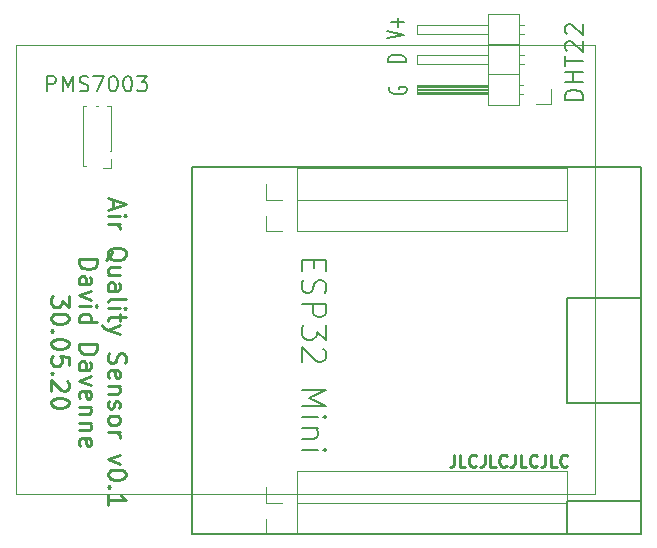
<source format=gbr>
G04 #@! TF.GenerationSoftware,KiCad,Pcbnew,5.99.0-unknown-r17856-55e56c6c*
G04 #@! TF.CreationDate,2020-05-30T10:45:51+03:00*
G04 #@! TF.ProjectId,airquality,61697271-7561-46c6-9974-792e6b696361,rev?*
G04 #@! TF.SameCoordinates,Original*
G04 #@! TF.FileFunction,Legend,Top*
G04 #@! TF.FilePolarity,Positive*
%FSLAX46Y46*%
G04 Gerber Fmt 4.6, Leading zero omitted, Abs format (unit mm)*
G04 Created by KiCad (PCBNEW 5.99.0-unknown-r17856-55e56c6c) date 2020-05-30 10:45:51*
%MOMM*%
%LPD*%
G01*
G04 APERTURE LIST*
%ADD10C,0.250000*%
%ADD11C,0.150000*%
%ADD12C,0.120000*%
%ADD13C,0.200000*%
G04 APERTURE END LIST*
D10*
X181113372Y-89348060D02*
X181113372Y-90062346D01*
X181065753Y-90205203D01*
X180970515Y-90300441D01*
X180827658Y-90348060D01*
X180732420Y-90348060D01*
X182065753Y-90348060D02*
X181589562Y-90348060D01*
X181589562Y-89348060D01*
X182970515Y-90252822D02*
X182922896Y-90300441D01*
X182780039Y-90348060D01*
X182684800Y-90348060D01*
X182541943Y-90300441D01*
X182446705Y-90205203D01*
X182399086Y-90109965D01*
X182351467Y-89919489D01*
X182351467Y-89776632D01*
X182399086Y-89586156D01*
X182446705Y-89490918D01*
X182541943Y-89395680D01*
X182684800Y-89348060D01*
X182780039Y-89348060D01*
X182922896Y-89395680D01*
X182970515Y-89443299D01*
X183684800Y-89348060D02*
X183684800Y-90062346D01*
X183637181Y-90205203D01*
X183541943Y-90300441D01*
X183399086Y-90348060D01*
X183303848Y-90348060D01*
X184637181Y-90348060D02*
X184160991Y-90348060D01*
X184160991Y-89348060D01*
X185541943Y-90252822D02*
X185494324Y-90300441D01*
X185351467Y-90348060D01*
X185256229Y-90348060D01*
X185113372Y-90300441D01*
X185018134Y-90205203D01*
X184970515Y-90109965D01*
X184922896Y-89919489D01*
X184922896Y-89776632D01*
X184970515Y-89586156D01*
X185018134Y-89490918D01*
X185113372Y-89395680D01*
X185256229Y-89348060D01*
X185351467Y-89348060D01*
X185494324Y-89395680D01*
X185541943Y-89443299D01*
X186256229Y-89348060D02*
X186256229Y-90062346D01*
X186208610Y-90205203D01*
X186113372Y-90300441D01*
X185970515Y-90348060D01*
X185875277Y-90348060D01*
X187208610Y-90348060D02*
X186732420Y-90348060D01*
X186732420Y-89348060D01*
X188113372Y-90252822D02*
X188065753Y-90300441D01*
X187922896Y-90348060D01*
X187827658Y-90348060D01*
X187684800Y-90300441D01*
X187589562Y-90205203D01*
X187541943Y-90109965D01*
X187494324Y-89919489D01*
X187494324Y-89776632D01*
X187541943Y-89586156D01*
X187589562Y-89490918D01*
X187684800Y-89395680D01*
X187827658Y-89348060D01*
X187922896Y-89348060D01*
X188065753Y-89395680D01*
X188113372Y-89443299D01*
X188827658Y-89348060D02*
X188827658Y-90062346D01*
X188780039Y-90205203D01*
X188684800Y-90300441D01*
X188541943Y-90348060D01*
X188446705Y-90348060D01*
X189780039Y-90348060D02*
X189303848Y-90348060D01*
X189303848Y-89348060D01*
X190684800Y-90252822D02*
X190637181Y-90300441D01*
X190494324Y-90348060D01*
X190399086Y-90348060D01*
X190256229Y-90300441D01*
X190160991Y-90205203D01*
X190113372Y-90109965D01*
X190065753Y-89919489D01*
X190065753Y-89776632D01*
X190113372Y-89586156D01*
X190160991Y-89490918D01*
X190256229Y-89395680D01*
X190399086Y-89348060D01*
X190494324Y-89348060D01*
X190637181Y-89395680D01*
X190684800Y-89443299D01*
X152228200Y-67741828D02*
X152228200Y-68456114D01*
X151799628Y-67598971D02*
X153299628Y-68098971D01*
X151799628Y-68598971D01*
X151799628Y-69098971D02*
X152799628Y-69098971D01*
X153299628Y-69098971D02*
X153228200Y-69027542D01*
X153156771Y-69098971D01*
X153228200Y-69170400D01*
X153299628Y-69098971D01*
X153156771Y-69098971D01*
X151799628Y-69813257D02*
X152799628Y-69813257D01*
X152513914Y-69813257D02*
X152656771Y-69884685D01*
X152728200Y-69956114D01*
X152799628Y-70098971D01*
X152799628Y-70241828D01*
X151656771Y-72884685D02*
X151728200Y-72741828D01*
X151871057Y-72598971D01*
X152085342Y-72384685D01*
X152156771Y-72241828D01*
X152156771Y-72098971D01*
X151799628Y-72170400D02*
X151871057Y-72027542D01*
X152013914Y-71884685D01*
X152299628Y-71813257D01*
X152799628Y-71813257D01*
X153085342Y-71884685D01*
X153228200Y-72027542D01*
X153299628Y-72170400D01*
X153299628Y-72456114D01*
X153228200Y-72598971D01*
X153085342Y-72741828D01*
X152799628Y-72813257D01*
X152299628Y-72813257D01*
X152013914Y-72741828D01*
X151871057Y-72598971D01*
X151799628Y-72456114D01*
X151799628Y-72170400D01*
X152799628Y-74098971D02*
X151799628Y-74098971D01*
X152799628Y-73456114D02*
X152013914Y-73456114D01*
X151871057Y-73527542D01*
X151799628Y-73670400D01*
X151799628Y-73884685D01*
X151871057Y-74027542D01*
X151942485Y-74098971D01*
X151799628Y-75456114D02*
X152585342Y-75456114D01*
X152728200Y-75384685D01*
X152799628Y-75241828D01*
X152799628Y-74956114D01*
X152728200Y-74813257D01*
X151871057Y-75456114D02*
X151799628Y-75313257D01*
X151799628Y-74956114D01*
X151871057Y-74813257D01*
X152013914Y-74741828D01*
X152156771Y-74741828D01*
X152299628Y-74813257D01*
X152371057Y-74956114D01*
X152371057Y-75313257D01*
X152442485Y-75456114D01*
X151799628Y-76384685D02*
X151871057Y-76241828D01*
X152013914Y-76170400D01*
X153299628Y-76170400D01*
X151799628Y-76956114D02*
X152799628Y-76956114D01*
X153299628Y-76956114D02*
X153228200Y-76884685D01*
X153156771Y-76956114D01*
X153228200Y-77027542D01*
X153299628Y-76956114D01*
X153156771Y-76956114D01*
X152799628Y-77456114D02*
X152799628Y-78027542D01*
X153299628Y-77670400D02*
X152013914Y-77670400D01*
X151871057Y-77741828D01*
X151799628Y-77884685D01*
X151799628Y-78027542D01*
X152799628Y-78384685D02*
X151799628Y-78741828D01*
X152799628Y-79098971D02*
X151799628Y-78741828D01*
X151442485Y-78598971D01*
X151371057Y-78527542D01*
X151299628Y-78384685D01*
X151871057Y-80741828D02*
X151799628Y-80956114D01*
X151799628Y-81313257D01*
X151871057Y-81456114D01*
X151942485Y-81527542D01*
X152085342Y-81598971D01*
X152228200Y-81598971D01*
X152371057Y-81527542D01*
X152442485Y-81456114D01*
X152513914Y-81313257D01*
X152585342Y-81027542D01*
X152656771Y-80884685D01*
X152728200Y-80813257D01*
X152871057Y-80741828D01*
X153013914Y-80741828D01*
X153156771Y-80813257D01*
X153228200Y-80884685D01*
X153299628Y-81027542D01*
X153299628Y-81384685D01*
X153228200Y-81598971D01*
X151871057Y-82813257D02*
X151799628Y-82670400D01*
X151799628Y-82384685D01*
X151871057Y-82241828D01*
X152013914Y-82170400D01*
X152585342Y-82170400D01*
X152728200Y-82241828D01*
X152799628Y-82384685D01*
X152799628Y-82670400D01*
X152728200Y-82813257D01*
X152585342Y-82884685D01*
X152442485Y-82884685D01*
X152299628Y-82170400D01*
X152799628Y-83527542D02*
X151799628Y-83527542D01*
X152656771Y-83527542D02*
X152728200Y-83598971D01*
X152799628Y-83741828D01*
X152799628Y-83956114D01*
X152728200Y-84098971D01*
X152585342Y-84170400D01*
X151799628Y-84170400D01*
X151871057Y-84813257D02*
X151799628Y-84956114D01*
X151799628Y-85241828D01*
X151871057Y-85384685D01*
X152013914Y-85456114D01*
X152085342Y-85456114D01*
X152228200Y-85384685D01*
X152299628Y-85241828D01*
X152299628Y-85027542D01*
X152371057Y-84884685D01*
X152513914Y-84813257D01*
X152585342Y-84813257D01*
X152728200Y-84884685D01*
X152799628Y-85027542D01*
X152799628Y-85241828D01*
X152728200Y-85384685D01*
X151799628Y-86313257D02*
X151871057Y-86170400D01*
X151942485Y-86098971D01*
X152085342Y-86027542D01*
X152513914Y-86027542D01*
X152656771Y-86098971D01*
X152728200Y-86170400D01*
X152799628Y-86313257D01*
X152799628Y-86527542D01*
X152728200Y-86670400D01*
X152656771Y-86741828D01*
X152513914Y-86813257D01*
X152085342Y-86813257D01*
X151942485Y-86741828D01*
X151871057Y-86670400D01*
X151799628Y-86527542D01*
X151799628Y-86313257D01*
X151799628Y-87456114D02*
X152799628Y-87456114D01*
X152513914Y-87456114D02*
X152656771Y-87527542D01*
X152728200Y-87598971D01*
X152799628Y-87741828D01*
X152799628Y-87884685D01*
X152799628Y-89384685D02*
X151799628Y-89741828D01*
X152799628Y-90098971D01*
X153299628Y-90956114D02*
X153299628Y-91098971D01*
X153228200Y-91241828D01*
X153156771Y-91313257D01*
X153013914Y-91384685D01*
X152728200Y-91456114D01*
X152371057Y-91456114D01*
X152085342Y-91384685D01*
X151942485Y-91313257D01*
X151871057Y-91241828D01*
X151799628Y-91098971D01*
X151799628Y-90956114D01*
X151871057Y-90813257D01*
X151942485Y-90741828D01*
X152085342Y-90670400D01*
X152371057Y-90598971D01*
X152728200Y-90598971D01*
X153013914Y-90670400D01*
X153156771Y-90741828D01*
X153228200Y-90813257D01*
X153299628Y-90956114D01*
X151942485Y-92098971D02*
X151871057Y-92170400D01*
X151799628Y-92098971D01*
X151871057Y-92027542D01*
X151942485Y-92098971D01*
X151799628Y-92098971D01*
X151799628Y-93598971D02*
X151799628Y-92741828D01*
X151799628Y-93170400D02*
X153299628Y-93170400D01*
X153085342Y-93027542D01*
X152942485Y-92884685D01*
X152871057Y-92741828D01*
X149384628Y-72777542D02*
X150884628Y-72777542D01*
X150884628Y-73134685D01*
X150813200Y-73348971D01*
X150670342Y-73491828D01*
X150527485Y-73563257D01*
X150241771Y-73634685D01*
X150027485Y-73634685D01*
X149741771Y-73563257D01*
X149598914Y-73491828D01*
X149456057Y-73348971D01*
X149384628Y-73134685D01*
X149384628Y-72777542D01*
X149384628Y-74920400D02*
X150170342Y-74920400D01*
X150313200Y-74848971D01*
X150384628Y-74706114D01*
X150384628Y-74420400D01*
X150313200Y-74277542D01*
X149456057Y-74920400D02*
X149384628Y-74777542D01*
X149384628Y-74420400D01*
X149456057Y-74277542D01*
X149598914Y-74206114D01*
X149741771Y-74206114D01*
X149884628Y-74277542D01*
X149956057Y-74420400D01*
X149956057Y-74777542D01*
X150027485Y-74920400D01*
X150384628Y-75491828D02*
X149384628Y-75848971D01*
X150384628Y-76206114D01*
X149384628Y-76777542D02*
X150384628Y-76777542D01*
X150884628Y-76777542D02*
X150813200Y-76706114D01*
X150741771Y-76777542D01*
X150813200Y-76848971D01*
X150884628Y-76777542D01*
X150741771Y-76777542D01*
X149384628Y-78134685D02*
X150884628Y-78134685D01*
X149456057Y-78134685D02*
X149384628Y-77991828D01*
X149384628Y-77706114D01*
X149456057Y-77563257D01*
X149527485Y-77491828D01*
X149670342Y-77420400D01*
X150098914Y-77420400D01*
X150241771Y-77491828D01*
X150313200Y-77563257D01*
X150384628Y-77706114D01*
X150384628Y-77991828D01*
X150313200Y-78134685D01*
X149384628Y-79991828D02*
X150884628Y-79991828D01*
X150884628Y-80348971D01*
X150813200Y-80563257D01*
X150670342Y-80706114D01*
X150527485Y-80777542D01*
X150241771Y-80848971D01*
X150027485Y-80848971D01*
X149741771Y-80777542D01*
X149598914Y-80706114D01*
X149456057Y-80563257D01*
X149384628Y-80348971D01*
X149384628Y-79991828D01*
X149384628Y-82134685D02*
X150170342Y-82134685D01*
X150313200Y-82063257D01*
X150384628Y-81920400D01*
X150384628Y-81634685D01*
X150313200Y-81491828D01*
X149456057Y-82134685D02*
X149384628Y-81991828D01*
X149384628Y-81634685D01*
X149456057Y-81491828D01*
X149598914Y-81420400D01*
X149741771Y-81420400D01*
X149884628Y-81491828D01*
X149956057Y-81634685D01*
X149956057Y-81991828D01*
X150027485Y-82134685D01*
X150384628Y-82706114D02*
X149384628Y-83063257D01*
X150384628Y-83420400D01*
X149456057Y-84563257D02*
X149384628Y-84420400D01*
X149384628Y-84134685D01*
X149456057Y-83991828D01*
X149598914Y-83920400D01*
X150170342Y-83920400D01*
X150313200Y-83991828D01*
X150384628Y-84134685D01*
X150384628Y-84420400D01*
X150313200Y-84563257D01*
X150170342Y-84634685D01*
X150027485Y-84634685D01*
X149884628Y-83920400D01*
X150384628Y-85277542D02*
X149384628Y-85277542D01*
X150241771Y-85277542D02*
X150313200Y-85348971D01*
X150384628Y-85491828D01*
X150384628Y-85706114D01*
X150313200Y-85848971D01*
X150170342Y-85920400D01*
X149384628Y-85920400D01*
X150384628Y-86634685D02*
X149384628Y-86634685D01*
X150241771Y-86634685D02*
X150313200Y-86706114D01*
X150384628Y-86848971D01*
X150384628Y-87063257D01*
X150313200Y-87206114D01*
X150170342Y-87277542D01*
X149384628Y-87277542D01*
X149456057Y-88563257D02*
X149384628Y-88420400D01*
X149384628Y-88134685D01*
X149456057Y-87991828D01*
X149598914Y-87920400D01*
X150170342Y-87920400D01*
X150313200Y-87991828D01*
X150384628Y-88134685D01*
X150384628Y-88420400D01*
X150313200Y-88563257D01*
X150170342Y-88634685D01*
X150027485Y-88634685D01*
X149884628Y-87920400D01*
X148469628Y-75884685D02*
X148469628Y-76813257D01*
X147898200Y-76313257D01*
X147898200Y-76527542D01*
X147826771Y-76670400D01*
X147755342Y-76741828D01*
X147612485Y-76813257D01*
X147255342Y-76813257D01*
X147112485Y-76741828D01*
X147041057Y-76670400D01*
X146969628Y-76527542D01*
X146969628Y-76098971D01*
X147041057Y-75956114D01*
X147112485Y-75884685D01*
X148469628Y-77741828D02*
X148469628Y-77884685D01*
X148398200Y-78027542D01*
X148326771Y-78098971D01*
X148183914Y-78170400D01*
X147898200Y-78241828D01*
X147541057Y-78241828D01*
X147255342Y-78170400D01*
X147112485Y-78098971D01*
X147041057Y-78027542D01*
X146969628Y-77884685D01*
X146969628Y-77741828D01*
X147041057Y-77598971D01*
X147112485Y-77527542D01*
X147255342Y-77456114D01*
X147541057Y-77384685D01*
X147898200Y-77384685D01*
X148183914Y-77456114D01*
X148326771Y-77527542D01*
X148398200Y-77598971D01*
X148469628Y-77741828D01*
X147112485Y-78884685D02*
X147041057Y-78956114D01*
X146969628Y-78884685D01*
X147041057Y-78813257D01*
X147112485Y-78884685D01*
X146969628Y-78884685D01*
X148469628Y-79884685D02*
X148469628Y-80027542D01*
X148398200Y-80170400D01*
X148326771Y-80241828D01*
X148183914Y-80313257D01*
X147898200Y-80384685D01*
X147541057Y-80384685D01*
X147255342Y-80313257D01*
X147112485Y-80241828D01*
X147041057Y-80170400D01*
X146969628Y-80027542D01*
X146969628Y-79884685D01*
X147041057Y-79741828D01*
X147112485Y-79670400D01*
X147255342Y-79598971D01*
X147541057Y-79527542D01*
X147898200Y-79527542D01*
X148183914Y-79598971D01*
X148326771Y-79670400D01*
X148398200Y-79741828D01*
X148469628Y-79884685D01*
X148469628Y-81741828D02*
X148469628Y-81027542D01*
X147755342Y-80956114D01*
X147826771Y-81027542D01*
X147898200Y-81170400D01*
X147898200Y-81527542D01*
X147826771Y-81670400D01*
X147755342Y-81741828D01*
X147612485Y-81813257D01*
X147255342Y-81813257D01*
X147112485Y-81741828D01*
X147041057Y-81670400D01*
X146969628Y-81527542D01*
X146969628Y-81170400D01*
X147041057Y-81027542D01*
X147112485Y-80956114D01*
X147112485Y-82456114D02*
X147041057Y-82527542D01*
X146969628Y-82456114D01*
X147041057Y-82384685D01*
X147112485Y-82456114D01*
X146969628Y-82456114D01*
X148326771Y-83098971D02*
X148398200Y-83170400D01*
X148469628Y-83313257D01*
X148469628Y-83670400D01*
X148398200Y-83813257D01*
X148326771Y-83884685D01*
X148183914Y-83956114D01*
X148041057Y-83956114D01*
X147826771Y-83884685D01*
X146969628Y-83027542D01*
X146969628Y-83956114D01*
X148469628Y-84884685D02*
X148469628Y-85027542D01*
X148398200Y-85170400D01*
X148326771Y-85241828D01*
X148183914Y-85313257D01*
X147898200Y-85384685D01*
X147541057Y-85384685D01*
X147255342Y-85313257D01*
X147112485Y-85241828D01*
X147041057Y-85170400D01*
X146969628Y-85027542D01*
X146969628Y-84884685D01*
X147041057Y-84741828D01*
X147112485Y-84670400D01*
X147255342Y-84598971D01*
X147541057Y-84527542D01*
X147898200Y-84527542D01*
X148183914Y-84598971D01*
X148326771Y-84670400D01*
X148398200Y-84741828D01*
X148469628Y-84884685D01*
D11*
X175691100Y-58234295D02*
X175619671Y-58329533D01*
X175619671Y-58472390D01*
X175691100Y-58615247D01*
X175833957Y-58710485D01*
X175976814Y-58758104D01*
X176262528Y-58805723D01*
X176476814Y-58805723D01*
X176762528Y-58758104D01*
X176905385Y-58710485D01*
X177048242Y-58615247D01*
X177119671Y-58472390D01*
X177119671Y-58377152D01*
X177048242Y-58234295D01*
X176976814Y-58186676D01*
X176476814Y-58186676D01*
X176476814Y-58377152D01*
X176997751Y-56055544D02*
X175497751Y-56055544D01*
X175497751Y-55817449D01*
X175569180Y-55674592D01*
X175712037Y-55579354D01*
X175854894Y-55531735D01*
X176140608Y-55484116D01*
X176354894Y-55484116D01*
X176640608Y-55531735D01*
X176783465Y-55579354D01*
X176926322Y-55674592D01*
X176997751Y-55817449D01*
X176997751Y-56055544D01*
X175380911Y-54099340D02*
X176880911Y-53766007D01*
X175380911Y-53432674D01*
X176309482Y-53099340D02*
X176309482Y-52337436D01*
X176880911Y-52718388D02*
X175738054Y-52718388D01*
D12*
X144040000Y-92671900D02*
X193040000Y-92671900D01*
X144040000Y-54671900D02*
X144040000Y-92671900D01*
X193040000Y-54671900D02*
X193040000Y-92671900D01*
X144040000Y-54671900D02*
X193040000Y-54671900D01*
X167767000Y-96072000D02*
X190687000Y-96072000D01*
X167767000Y-93405000D02*
X190687000Y-93405000D01*
X166497000Y-96072000D02*
X165167000Y-96072000D01*
X190687000Y-96072000D02*
X190687000Y-93412000D01*
X167767000Y-93412000D02*
X190687000Y-93412000D01*
X167767000Y-96072000D02*
X167767000Y-93412000D01*
X165167000Y-96072000D02*
X165167000Y-94742000D01*
X167767000Y-93405000D02*
X167767000Y-90745000D01*
X165167000Y-93405000D02*
X165167000Y-92075000D01*
X166497000Y-93405000D02*
X165167000Y-93405000D01*
X190687000Y-93405000D02*
X190687000Y-90745000D01*
X167767000Y-90745000D02*
X190687000Y-90745000D01*
X167767000Y-70418000D02*
X190687000Y-70418000D01*
X167767000Y-70418000D02*
X167767000Y-67758000D01*
X165167000Y-70418000D02*
X165167000Y-69088000D01*
X166497000Y-70418000D02*
X165167000Y-70418000D01*
X190687000Y-70418000D02*
X190687000Y-67758000D01*
X167767000Y-67758000D02*
X190687000Y-67758000D01*
X190687000Y-67751000D02*
X190687000Y-65091000D01*
X167767000Y-67751000D02*
X190687000Y-67751000D01*
X167767000Y-65091000D02*
X190687000Y-65091000D01*
X167767000Y-67751000D02*
X167767000Y-65091000D01*
X165167000Y-67751000D02*
X165167000Y-66421000D01*
X166497000Y-67751000D02*
X165167000Y-67751000D01*
D11*
X190627000Y-93218000D02*
X190627000Y-96012000D01*
X196850000Y-93218000D02*
X190627000Y-93218000D01*
X190627000Y-76073000D02*
X196850000Y-76073000D01*
X190627000Y-84963000D02*
X190627000Y-76073000D01*
X196850000Y-84963000D02*
X190627000Y-84963000D01*
X158927000Y-96018000D02*
X158927000Y-65018000D01*
X196927000Y-65018000D02*
X158927000Y-65018000D01*
X196927000Y-96018000D02*
X196927000Y-65018000D01*
X196927000Y-96018000D02*
X158927000Y-96018000D01*
D12*
X152060980Y-65023200D02*
X151350980Y-65023200D01*
X152060980Y-64338200D02*
X152060980Y-65023200D01*
X149956487Y-64898200D02*
X149640980Y-64898200D01*
X152060980Y-63653200D02*
X151959256Y-63653200D01*
X149640980Y-64898200D02*
X149640980Y-59778200D01*
X152060980Y-63653200D02*
X152060980Y-59778200D01*
X150956487Y-59778200D02*
X150745473Y-59778200D01*
X149956487Y-59778200D02*
X149640980Y-59778200D01*
X152060980Y-59778200D02*
X151745473Y-59778200D01*
X189331600Y-59664600D02*
X188061600Y-59664600D01*
X189331600Y-58394600D02*
X189331600Y-59664600D01*
X187018671Y-52934600D02*
X186621600Y-52934600D01*
X187018671Y-53694600D02*
X186621600Y-53694600D01*
X177961600Y-52934600D02*
X183961600Y-52934600D01*
X177961600Y-53694600D02*
X177961600Y-52934600D01*
X183961600Y-53694600D02*
X177961600Y-53694600D01*
X186621600Y-54584600D02*
X183961600Y-54584600D01*
X187018671Y-55474600D02*
X186621600Y-55474600D01*
X187018671Y-56234600D02*
X186621600Y-56234600D01*
X177961600Y-55474600D02*
X183961600Y-55474600D01*
X177961600Y-56234600D02*
X177961600Y-55474600D01*
X183961600Y-56234600D02*
X177961600Y-56234600D01*
X186621600Y-57124600D02*
X183961600Y-57124600D01*
X186951600Y-58014600D02*
X186621600Y-58014600D01*
X186951600Y-58774600D02*
X186621600Y-58774600D01*
X183961600Y-58114600D02*
X177961600Y-58114600D01*
X183961600Y-58234600D02*
X177961600Y-58234600D01*
X183961600Y-58354600D02*
X177961600Y-58354600D01*
X183961600Y-58474600D02*
X177961600Y-58474600D01*
X183961600Y-58594600D02*
X177961600Y-58594600D01*
X183961600Y-58714600D02*
X177961600Y-58714600D01*
X177961600Y-58014600D02*
X183961600Y-58014600D01*
X177961600Y-58774600D02*
X177961600Y-58014600D01*
X183961600Y-58774600D02*
X177961600Y-58774600D01*
X183961600Y-59724600D02*
X186621600Y-59724600D01*
X183961600Y-51984600D02*
X183961600Y-59724600D01*
X186621600Y-51984600D02*
X183961600Y-51984600D01*
X186621600Y-59724600D02*
X186621600Y-51984600D01*
D11*
X169278917Y-72825980D02*
X169278917Y-73492647D01*
X168231298Y-73778361D02*
X168231298Y-72825980D01*
X170231298Y-72825980D01*
X170231298Y-73778361D01*
X168326536Y-74540266D02*
X168231298Y-74825980D01*
X168231298Y-75302171D01*
X168326536Y-75492647D01*
X168421774Y-75587885D01*
X168612250Y-75683123D01*
X168802726Y-75683123D01*
X168993202Y-75587885D01*
X169088440Y-75492647D01*
X169183679Y-75302171D01*
X169278917Y-74921219D01*
X169374155Y-74730742D01*
X169469393Y-74635504D01*
X169659869Y-74540266D01*
X169850345Y-74540266D01*
X170040821Y-74635504D01*
X170136060Y-74730742D01*
X170231298Y-74921219D01*
X170231298Y-75397409D01*
X170136060Y-75683123D01*
X168231298Y-76540266D02*
X170231298Y-76540266D01*
X170231298Y-77302171D01*
X170136060Y-77492647D01*
X170040821Y-77587885D01*
X169850345Y-77683123D01*
X169564631Y-77683123D01*
X169374155Y-77587885D01*
X169278917Y-77492647D01*
X169183679Y-77302171D01*
X169183679Y-76540266D01*
X170231298Y-78349790D02*
X170231298Y-79587885D01*
X169469393Y-78921219D01*
X169469393Y-79206933D01*
X169374155Y-79397409D01*
X169278917Y-79492647D01*
X169088440Y-79587885D01*
X168612250Y-79587885D01*
X168421774Y-79492647D01*
X168326536Y-79397409D01*
X168231298Y-79206933D01*
X168231298Y-78635504D01*
X168326536Y-78445028D01*
X168421774Y-78349790D01*
X170040821Y-80349790D02*
X170136060Y-80445028D01*
X170231298Y-80635504D01*
X170231298Y-81111695D01*
X170136060Y-81302171D01*
X170040821Y-81397409D01*
X169850345Y-81492647D01*
X169659869Y-81492647D01*
X169374155Y-81397409D01*
X168231298Y-80254552D01*
X168231298Y-81492647D01*
X168231298Y-83873600D02*
X170231298Y-83873600D01*
X168802726Y-84540266D01*
X170231298Y-85206933D01*
X168231298Y-85206933D01*
X168231298Y-86159314D02*
X169564631Y-86159314D01*
X170231298Y-86159314D02*
X170136060Y-86064076D01*
X170040821Y-86159314D01*
X170136060Y-86254552D01*
X170231298Y-86159314D01*
X170040821Y-86159314D01*
X169564631Y-87111695D02*
X168231298Y-87111695D01*
X169374155Y-87111695D02*
X169469393Y-87206933D01*
X169564631Y-87397409D01*
X169564631Y-87683123D01*
X169469393Y-87873600D01*
X169278917Y-87968838D01*
X168231298Y-87968838D01*
X168231298Y-88921219D02*
X169564631Y-88921219D01*
X170231298Y-88921219D02*
X170136060Y-88825980D01*
X170040821Y-88921219D01*
X170136060Y-89016457D01*
X170231298Y-88921219D01*
X170040821Y-88921219D01*
D13*
X146661868Y-58566135D02*
X146661868Y-57266135D01*
X147157106Y-57266135D01*
X147280916Y-57328040D01*
X147342820Y-57389944D01*
X147404725Y-57513754D01*
X147404725Y-57699468D01*
X147342820Y-57823278D01*
X147280916Y-57885182D01*
X147157106Y-57947087D01*
X146661868Y-57947087D01*
X147961868Y-58566135D02*
X147961868Y-57266135D01*
X148395201Y-58194706D01*
X148828535Y-57266135D01*
X148828535Y-58566135D01*
X149385678Y-58504230D02*
X149571392Y-58566135D01*
X149880916Y-58566135D01*
X150004725Y-58504230D01*
X150066630Y-58442325D01*
X150128535Y-58318516D01*
X150128535Y-58194706D01*
X150066630Y-58070897D01*
X150004725Y-58008992D01*
X149880916Y-57947087D01*
X149633297Y-57885182D01*
X149509487Y-57823278D01*
X149447582Y-57761373D01*
X149385678Y-57637563D01*
X149385678Y-57513754D01*
X149447582Y-57389944D01*
X149509487Y-57328040D01*
X149633297Y-57266135D01*
X149942820Y-57266135D01*
X150128535Y-57328040D01*
X150561868Y-57266135D02*
X151428535Y-57266135D01*
X150871392Y-58566135D01*
X152171392Y-57266135D02*
X152295201Y-57266135D01*
X152419011Y-57328040D01*
X152480916Y-57389944D01*
X152542820Y-57513754D01*
X152604725Y-57761373D01*
X152604725Y-58070897D01*
X152542820Y-58318516D01*
X152480916Y-58442325D01*
X152419011Y-58504230D01*
X152295201Y-58566135D01*
X152171392Y-58566135D01*
X152047582Y-58504230D01*
X151985678Y-58442325D01*
X151923773Y-58318516D01*
X151861868Y-58070897D01*
X151861868Y-57761373D01*
X151923773Y-57513754D01*
X151985678Y-57389944D01*
X152047582Y-57328040D01*
X152171392Y-57266135D01*
X153409487Y-57266135D02*
X153533297Y-57266135D01*
X153657106Y-57328040D01*
X153719011Y-57389944D01*
X153780916Y-57513754D01*
X153842820Y-57761373D01*
X153842820Y-58070897D01*
X153780916Y-58318516D01*
X153719011Y-58442325D01*
X153657106Y-58504230D01*
X153533297Y-58566135D01*
X153409487Y-58566135D01*
X153285678Y-58504230D01*
X153223773Y-58442325D01*
X153161868Y-58318516D01*
X153099963Y-58070897D01*
X153099963Y-57761373D01*
X153161868Y-57513754D01*
X153223773Y-57389944D01*
X153285678Y-57328040D01*
X153409487Y-57266135D01*
X154276154Y-57266135D02*
X155080916Y-57266135D01*
X154647582Y-57761373D01*
X154833297Y-57761373D01*
X154957106Y-57823278D01*
X155019011Y-57885182D01*
X155080916Y-58008992D01*
X155080916Y-58318516D01*
X155019011Y-58442325D01*
X154957106Y-58504230D01*
X154833297Y-58566135D01*
X154461868Y-58566135D01*
X154338059Y-58504230D01*
X154276154Y-58442325D01*
X191978671Y-59299871D02*
X190478671Y-59299871D01*
X190478671Y-58942728D01*
X190550100Y-58728442D01*
X190692957Y-58585585D01*
X190835814Y-58514157D01*
X191121528Y-58442728D01*
X191335814Y-58442728D01*
X191621528Y-58514157D01*
X191764385Y-58585585D01*
X191907242Y-58728442D01*
X191978671Y-58942728D01*
X191978671Y-59299871D01*
X191978671Y-57799871D02*
X190478671Y-57799871D01*
X191192957Y-57799871D02*
X191192957Y-56942728D01*
X191978671Y-56942728D02*
X190478671Y-56942728D01*
X190478671Y-56442728D02*
X190478671Y-55585585D01*
X191978671Y-56014157D02*
X190478671Y-56014157D01*
X190621528Y-55157014D02*
X190550100Y-55085585D01*
X190478671Y-54942728D01*
X190478671Y-54585585D01*
X190550100Y-54442728D01*
X190621528Y-54371300D01*
X190764385Y-54299871D01*
X190907242Y-54299871D01*
X191121528Y-54371300D01*
X191978671Y-55228442D01*
X191978671Y-54299871D01*
X190621528Y-53728442D02*
X190550100Y-53657014D01*
X190478671Y-53514157D01*
X190478671Y-53157014D01*
X190550100Y-53014157D01*
X190621528Y-52942728D01*
X190764385Y-52871300D01*
X190907242Y-52871300D01*
X191121528Y-52942728D01*
X191978671Y-53799871D01*
X191978671Y-52871300D01*
M02*

</source>
